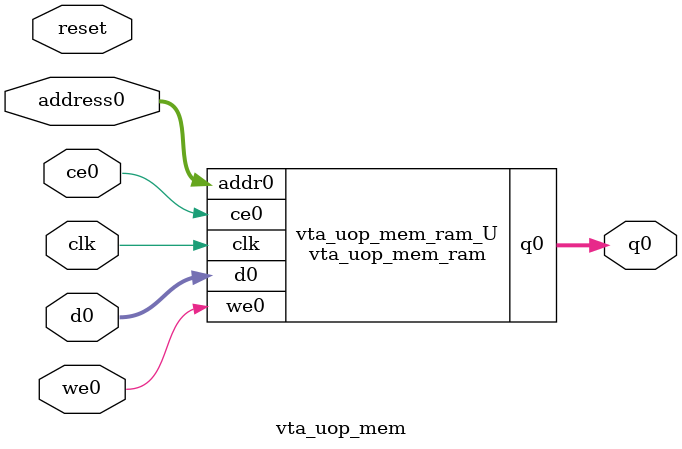
<source format=v>

`timescale 1 ns / 1 ps
module vta_uop_mem_ram (addr0, ce0, d0, we0, q0,  clk);

parameter DWIDTH = 32;
parameter AWIDTH = 12;
parameter MEM_SIZE = 4096;

input[AWIDTH-1:0] addr0;
input ce0;
input[DWIDTH-1:0] d0;
input we0;
output reg[DWIDTH-1:0] q0;
input clk;

(* ram_style = "block" *)reg [DWIDTH-1:0] ram[0:MEM_SIZE-1];




always @(posedge clk)  
begin 
    if (ce0) 
    begin
        if (we0) 
        begin 
            ram[addr0] <= d0; 
            q0 <= d0;
        end 
        else 
            q0 <= ram[addr0];
    end
end


endmodule


`timescale 1 ns / 1 ps
module vta_uop_mem(
    reset,
    clk,
    address0,
    ce0,
    we0,
    d0,
    q0);

parameter DataWidth = 32'd32;
parameter AddressRange = 32'd4096;
parameter AddressWidth = 32'd12;
input reset;
input clk;
input[AddressWidth - 1:0] address0;
input ce0;
input we0;
input[DataWidth - 1:0] d0;
output[DataWidth - 1:0] q0;



vta_uop_mem_ram vta_uop_mem_ram_U(
    .clk( clk ),
    .addr0( address0 ),
    .ce0( ce0 ),
    .d0( d0 ),
    .we0( we0 ),
    .q0( q0 ));

endmodule


</source>
